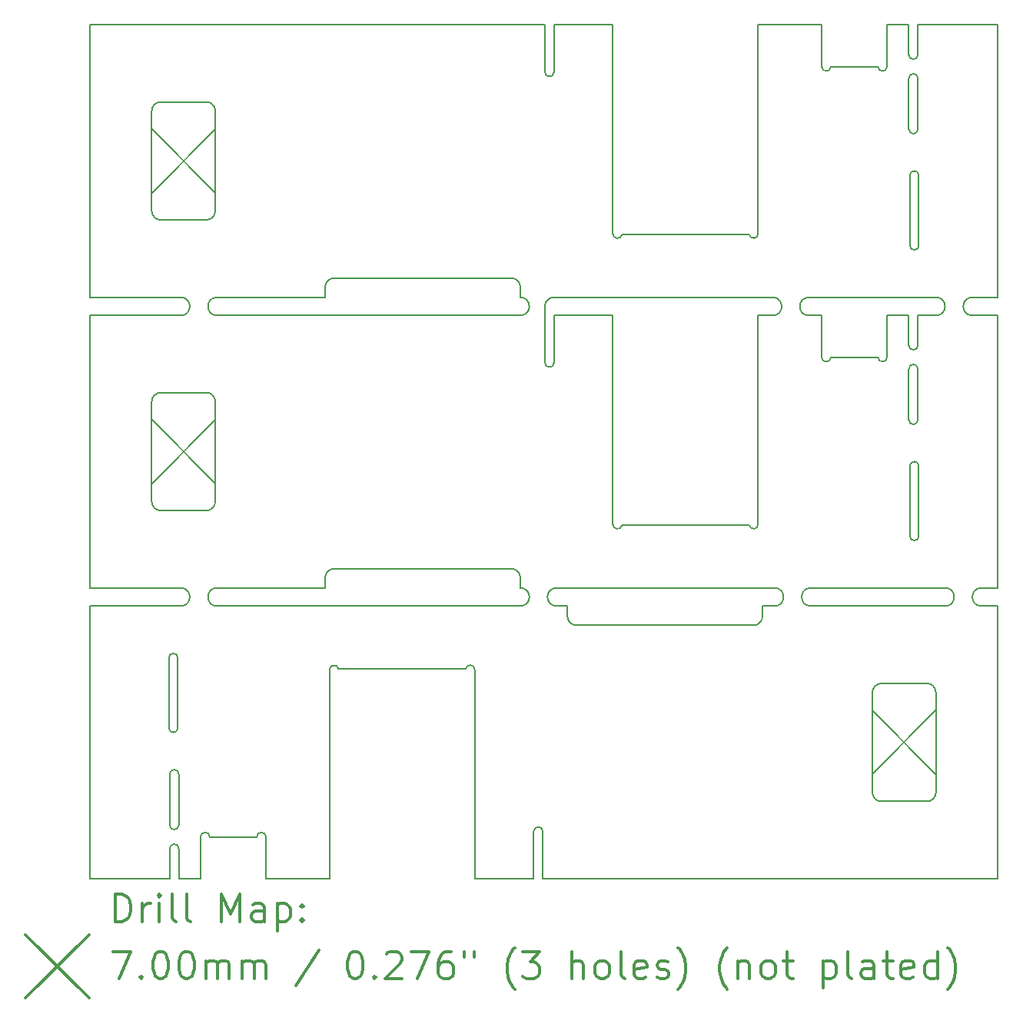
<source format=gbr>
%FSLAX45Y45*%
G04 Gerber Fmt 4.5, Leading zero omitted, Abs format (unit mm)*
G04 Created by KiCad (PCBNEW (2016-05-02 BZR 6765, Git 2f87409)-product) date 2016-05-10 21:51:13*
%MOMM*%
%LPD*%
G01*
G04 APERTURE LIST*
%ADD10C,0.127000*%
%ADD11C,0.150000*%
%ADD12C,0.200000*%
%ADD13C,0.300000*%
G04 APERTURE END LIST*
D10*
D11*
X15620000Y-8700000D02*
X15461000Y-8699000D01*
X16020000Y-8700000D02*
X16161000Y-8699000D01*
X8100000Y-11900000D02*
X9100000Y-11900000D01*
X9100000Y-11700000D02*
X8100000Y-11700000D01*
X9500000Y-11700000D02*
X10691000Y-11700000D01*
X12840000Y-11900000D02*
X9500000Y-11900000D01*
X13240000Y-11900000D02*
X13359000Y-11900000D01*
X15640000Y-11700000D02*
X13240000Y-11700000D01*
X15640000Y-11900000D02*
X15509000Y-11899000D01*
X16040000Y-11900000D02*
X17520000Y-11900000D01*
X17520000Y-11700000D02*
X16040000Y-11700000D01*
X17920000Y-11700000D02*
X18100000Y-11700000D01*
X18100000Y-11900000D02*
X17920000Y-11900000D01*
X18100000Y-8700000D02*
X17820000Y-8700000D01*
X17420000Y-8700000D02*
X17221000Y-8699000D01*
X9500000Y-8700000D02*
X12840000Y-8700000D01*
X8100000Y-8700000D02*
X9100000Y-8700000D01*
X9100000Y-8500000D02*
X8100000Y-8500000D01*
X9500000Y-8500000D02*
X10691000Y-8498000D01*
X15620000Y-8500000D02*
X13211000Y-8500000D01*
X17420000Y-8500000D02*
X16020000Y-8500000D01*
X18100000Y-8500000D02*
X17820000Y-8500000D01*
X17820000Y-8500000D02*
G75*
G03X17820000Y-8700000I0J-100000D01*
G01*
X17420000Y-8700000D02*
G75*
G03X17420000Y-8500000I0J100000D01*
G01*
X17920000Y-11700000D02*
G75*
G03X17920000Y-11900000I0J-100000D01*
G01*
X17520000Y-11900000D02*
G75*
G03X17520000Y-11700000I0J100000D01*
G01*
X16040000Y-11700000D02*
G75*
G03X16040000Y-11900000I0J-100000D01*
G01*
X15640000Y-11900000D02*
G75*
G03X15640000Y-11700000I0J100000D01*
G01*
X16020000Y-8500000D02*
G75*
G03X16020000Y-8700000I0J-100000D01*
G01*
X15620000Y-8700000D02*
G75*
G03X15620000Y-8500000I0J100000D01*
G01*
X13110000Y-8700000D02*
X13110000Y-8600000D01*
X13210000Y-8500000D02*
G75*
G03X13110000Y-8600000I0J-100000D01*
G01*
X12840000Y-8700000D02*
G75*
G03X12840000Y-8500000I0J100000D01*
G01*
X13240000Y-11700000D02*
G75*
G03X13240000Y-11900000I0J-100000D01*
G01*
X12840000Y-11900000D02*
G75*
G03X12840000Y-11700000I0J100000D01*
G01*
X9500000Y-11700000D02*
G75*
G03X9500000Y-11900000I0J-100000D01*
G01*
X9500000Y-8500000D02*
G75*
G03X9500000Y-8700000I0J-100000D01*
G01*
X9100000Y-8700000D02*
G75*
G03X9100000Y-8500000I0J100000D01*
G01*
X9100000Y-11900000D02*
G75*
G03X9100000Y-11700000I0J100000D01*
G01*
X13861010Y-7798000D02*
G75*
G03X13962000Y-7808000I50990J0D01*
G01*
X15361971Y-7807806D02*
G75*
G03X15461000Y-7798000I49029J9806D01*
G01*
X16161000Y-5958000D02*
G75*
G03X16261000Y-5958000I50000J0D01*
G01*
X16781000Y-5958000D02*
G75*
G03X16881000Y-5958000I50000J0D01*
G01*
X10691000Y-8388000D02*
X10691000Y-8498000D01*
X12741000Y-8288000D02*
X10791000Y-8288000D01*
X12841000Y-8388000D02*
X12840000Y-8500000D01*
X12841000Y-8388000D02*
G75*
G03X12741000Y-8288000I-100000J0D01*
G01*
X10791000Y-8288000D02*
G75*
G03X10691000Y-8388000I0J-100000D01*
G01*
X13211000Y-5498000D02*
X13861000Y-5498000D01*
X13111000Y-6018000D02*
X13111000Y-5498000D01*
X13211000Y-6018000D02*
X13211000Y-5498000D01*
X13111000Y-6018000D02*
G75*
G03X13211000Y-6018000I50000J0D01*
G01*
X16161000Y-5498000D02*
X15461000Y-5498000D01*
X13861000Y-7798000D02*
X13861000Y-5498000D01*
X15362000Y-7808000D02*
X13962000Y-7808000D01*
X15461000Y-5498000D02*
X15461000Y-7798000D01*
X16881000Y-5498000D02*
X17121000Y-5498000D01*
X16161000Y-5958000D02*
X16161000Y-5498000D01*
X16781000Y-5958000D02*
X16261000Y-5958000D01*
X16881000Y-5498000D02*
X16881000Y-5958000D01*
X18100000Y-5499000D02*
X17221000Y-5498000D01*
X17221000Y-5828000D02*
X17221000Y-5498000D01*
X17121000Y-5828000D02*
X17121000Y-5498000D01*
X17221000Y-6648000D02*
X17221000Y-6088000D01*
X17121000Y-6088000D02*
X17121000Y-6648000D01*
X17131000Y-7158000D02*
X17131000Y-7928000D01*
X17231000Y-7928000D02*
X17231000Y-7158000D01*
X17131000Y-7928000D02*
G75*
G03X17231000Y-7928000I50000J0D01*
G01*
X17231000Y-7158000D02*
G75*
G03X17131000Y-7158000I-50000J0D01*
G01*
X17121000Y-5828000D02*
G75*
G03X17221000Y-5828000I50000J0D01*
G01*
X17221000Y-6088000D02*
G75*
G03X17121000Y-6088000I-50000J0D01*
G01*
X17121000Y-6648000D02*
G75*
G03X17221000Y-6648000I50000J0D01*
G01*
X8781000Y-7548000D02*
G75*
G03X8881000Y-7648000I100000J0D01*
G01*
X9381000Y-7648000D02*
G75*
G03X9481000Y-7548000I0J100000D01*
G01*
X9481000Y-6448000D02*
G75*
G03X9381000Y-6348000I-100000J0D01*
G01*
X8881000Y-6348000D02*
G75*
G03X8781000Y-6448000I0J-100000D01*
G01*
X8781000Y-7548000D02*
X8781000Y-6448000D01*
X9381000Y-7648000D02*
X8881000Y-7648000D01*
X9481000Y-6448000D02*
X9481000Y-7548000D01*
X8881000Y-6348000D02*
X9381000Y-6348000D01*
X8100000Y-5499000D02*
X8100000Y-8499000D01*
X13111000Y-5498000D02*
X8100000Y-5499000D01*
X18100000Y-8499000D02*
X18100000Y-5499000D01*
X13861010Y-10999000D02*
G75*
G03X13962000Y-11009000I50990J0D01*
G01*
X15361971Y-11008806D02*
G75*
G03X15461000Y-10999000I49029J9806D01*
G01*
X16161000Y-9159000D02*
G75*
G03X16261000Y-9159000I50000J0D01*
G01*
X16781000Y-9159000D02*
G75*
G03X16881000Y-9159000I50000J0D01*
G01*
X10691000Y-11589000D02*
X10691000Y-11700000D01*
X12741000Y-11489000D02*
X10791000Y-11489000D01*
X12841000Y-11589000D02*
X12841000Y-11699000D01*
X12841000Y-11589000D02*
G75*
G03X12741000Y-11489000I-100000J0D01*
G01*
X10791000Y-11489000D02*
G75*
G03X10691000Y-11589000I0J-100000D01*
G01*
X13211000Y-8699000D02*
X13861000Y-8699000D01*
X13111000Y-9219000D02*
X13111000Y-8699000D01*
X13211000Y-9219000D02*
X13211000Y-8699000D01*
X13111000Y-9219000D02*
G75*
G03X13211000Y-9219000I50000J0D01*
G01*
X13861000Y-10999000D02*
X13861000Y-8699000D01*
X15362000Y-11009000D02*
X13962000Y-11009000D01*
X15461000Y-8699000D02*
X15461000Y-10999000D01*
X16881000Y-8699000D02*
X17121000Y-8699000D01*
X16161000Y-9159000D02*
X16161000Y-8699000D01*
X16781000Y-9159000D02*
X16261000Y-9159000D01*
X16881000Y-8699000D02*
X16881000Y-9159000D01*
X17221000Y-9029000D02*
X17221000Y-8699000D01*
X17121000Y-9029000D02*
X17121000Y-8699000D01*
X17221000Y-9849000D02*
X17221000Y-9289000D01*
X17121000Y-9289000D02*
X17121000Y-9849000D01*
X17131000Y-10359000D02*
X17131000Y-11129000D01*
X17231000Y-11129000D02*
X17231000Y-10359000D01*
X17131000Y-11129000D02*
G75*
G03X17231000Y-11129000I50000J0D01*
G01*
X17231000Y-10359000D02*
G75*
G03X17131000Y-10359000I-50000J0D01*
G01*
X17121000Y-9029000D02*
G75*
G03X17221000Y-9029000I50000J0D01*
G01*
X17221000Y-9289000D02*
G75*
G03X17121000Y-9289000I-50000J0D01*
G01*
X17121000Y-9849000D02*
G75*
G03X17221000Y-9849000I50000J0D01*
G01*
X8781000Y-10749000D02*
G75*
G03X8881000Y-10849000I100000J0D01*
G01*
X9381000Y-10849000D02*
G75*
G03X9481000Y-10749000I0J100000D01*
G01*
X9481000Y-9649000D02*
G75*
G03X9381000Y-9549000I-100000J0D01*
G01*
X8881000Y-9549000D02*
G75*
G03X8781000Y-9649000I0J-100000D01*
G01*
X8781000Y-10749000D02*
X8781000Y-9649000D01*
X9381000Y-10849000D02*
X8881000Y-10849000D01*
X9481000Y-9649000D02*
X9481000Y-10749000D01*
X8881000Y-9549000D02*
X9381000Y-9549000D01*
X8100000Y-8700000D02*
X8100000Y-11700000D01*
X18100000Y-11700000D02*
X18100000Y-8700000D01*
X12338990Y-12602000D02*
G75*
G03X12238000Y-12592000I-50990J0D01*
G01*
X10838029Y-12592194D02*
G75*
G03X10739000Y-12602000I-49029J-9806D01*
G01*
X10039000Y-14442000D02*
G75*
G03X9939000Y-14442000I-50000J0D01*
G01*
X9419000Y-14442000D02*
G75*
G03X9319000Y-14442000I-50000J0D01*
G01*
X15509000Y-12012000D02*
X15509000Y-11899000D01*
X13459000Y-12112000D02*
X15409000Y-12112000D01*
X13359000Y-12012000D02*
X13359000Y-11900000D01*
X13359000Y-12012000D02*
G75*
G03X13459000Y-12112000I100000J0D01*
G01*
X15409000Y-12112000D02*
G75*
G03X15509000Y-12012000I0J100000D01*
G01*
X12989000Y-14902000D02*
X12339000Y-14902000D01*
X13089000Y-14382000D02*
X13089000Y-14902000D01*
X12989000Y-14382000D02*
X12989000Y-14902000D01*
X13089000Y-14382000D02*
G75*
G03X12989000Y-14382000I-50000J0D01*
G01*
X10039000Y-14902000D02*
X10739000Y-14902000D01*
X12339000Y-12602000D02*
X12339000Y-14902000D01*
X10838000Y-12592000D02*
X12238000Y-12592000D01*
X10739000Y-14902000D02*
X10739000Y-12602000D01*
X9319000Y-14902000D02*
X9079000Y-14902000D01*
X10039000Y-14442000D02*
X10039000Y-14902000D01*
X9419000Y-14442000D02*
X9939000Y-14442000D01*
X9319000Y-14902000D02*
X9319000Y-14442000D01*
X8100000Y-14901000D02*
X8979000Y-14902000D01*
X8979000Y-14572000D02*
X8979000Y-14902000D01*
X9079000Y-14572000D02*
X9079000Y-14902000D01*
X8979000Y-13752000D02*
X8979000Y-14312000D01*
X9079000Y-14312000D02*
X9079000Y-13752000D01*
X9069000Y-13242000D02*
X9069000Y-12472000D01*
X8969000Y-12472000D02*
X8969000Y-13242000D01*
X9069000Y-12472000D02*
G75*
G03X8969000Y-12472000I-50000J0D01*
G01*
X8969000Y-13242000D02*
G75*
G03X9069000Y-13242000I50000J0D01*
G01*
X9079000Y-14572000D02*
G75*
G03X8979000Y-14572000I-50000J0D01*
G01*
X8979000Y-14312000D02*
G75*
G03X9079000Y-14312000I50000J0D01*
G01*
X9079000Y-13752000D02*
G75*
G03X8979000Y-13752000I-50000J0D01*
G01*
X17419000Y-12852000D02*
G75*
G03X17319000Y-12752000I-100000J0D01*
G01*
X16819000Y-12752000D02*
G75*
G03X16719000Y-12852000I0J-100000D01*
G01*
X16719000Y-13952000D02*
G75*
G03X16819000Y-14052000I100000J0D01*
G01*
X17319000Y-14052000D02*
G75*
G03X17419000Y-13952000I0J100000D01*
G01*
X17419000Y-12852000D02*
X17419000Y-13952000D01*
X16819000Y-12752000D02*
X17319000Y-12752000D01*
X16719000Y-13952000D02*
X16719000Y-12852000D01*
X17319000Y-14052000D02*
X16819000Y-14052000D01*
X18100000Y-14901000D02*
X18100000Y-11901000D01*
X13089000Y-14902000D02*
X18100000Y-14901000D01*
X8100000Y-11901000D02*
X8100000Y-14901000D01*
D12*
X8783000Y-6651000D02*
X9483000Y-7351000D01*
X9483000Y-6651000D02*
X8783000Y-7351000D01*
X8783000Y-9852000D02*
X9483000Y-10552000D01*
X9483000Y-9852000D02*
X8783000Y-10552000D01*
X16717000Y-13049000D02*
X17417000Y-13749000D01*
X17417000Y-13049000D02*
X16717000Y-13749000D01*
D13*
X8378928Y-15375214D02*
X8378928Y-15075214D01*
X8450357Y-15075214D01*
X8493214Y-15089500D01*
X8521786Y-15118071D01*
X8536071Y-15146643D01*
X8550357Y-15203786D01*
X8550357Y-15246643D01*
X8536071Y-15303786D01*
X8521786Y-15332357D01*
X8493214Y-15360929D01*
X8450357Y-15375214D01*
X8378928Y-15375214D01*
X8678928Y-15375214D02*
X8678928Y-15175214D01*
X8678928Y-15232357D02*
X8693214Y-15203786D01*
X8707500Y-15189500D01*
X8736071Y-15175214D01*
X8764643Y-15175214D01*
X8864643Y-15375214D02*
X8864643Y-15175214D01*
X8864643Y-15075214D02*
X8850357Y-15089500D01*
X8864643Y-15103786D01*
X8878928Y-15089500D01*
X8864643Y-15075214D01*
X8864643Y-15103786D01*
X9050357Y-15375214D02*
X9021786Y-15360929D01*
X9007500Y-15332357D01*
X9007500Y-15075214D01*
X9207500Y-15375214D02*
X9178928Y-15360929D01*
X9164643Y-15332357D01*
X9164643Y-15075214D01*
X9550357Y-15375214D02*
X9550357Y-15075214D01*
X9650357Y-15289500D01*
X9750357Y-15075214D01*
X9750357Y-15375214D01*
X10021786Y-15375214D02*
X10021786Y-15218071D01*
X10007500Y-15189500D01*
X9978928Y-15175214D01*
X9921786Y-15175214D01*
X9893214Y-15189500D01*
X10021786Y-15360929D02*
X9993214Y-15375214D01*
X9921786Y-15375214D01*
X9893214Y-15360929D01*
X9878928Y-15332357D01*
X9878928Y-15303786D01*
X9893214Y-15275214D01*
X9921786Y-15260929D01*
X9993214Y-15260929D01*
X10021786Y-15246643D01*
X10164643Y-15175214D02*
X10164643Y-15475214D01*
X10164643Y-15189500D02*
X10193214Y-15175214D01*
X10250357Y-15175214D01*
X10278928Y-15189500D01*
X10293214Y-15203786D01*
X10307500Y-15232357D01*
X10307500Y-15318071D01*
X10293214Y-15346643D01*
X10278928Y-15360929D01*
X10250357Y-15375214D01*
X10193214Y-15375214D01*
X10164643Y-15360929D01*
X10436071Y-15346643D02*
X10450357Y-15360929D01*
X10436071Y-15375214D01*
X10421786Y-15360929D01*
X10436071Y-15346643D01*
X10436071Y-15375214D01*
X10436071Y-15189500D02*
X10450357Y-15203786D01*
X10436071Y-15218071D01*
X10421786Y-15203786D01*
X10436071Y-15189500D01*
X10436071Y-15218071D01*
X7392500Y-15519500D02*
X8092500Y-16219500D01*
X8092500Y-15519500D02*
X7392500Y-16219500D01*
X8350357Y-15705214D02*
X8550357Y-15705214D01*
X8421786Y-16005214D01*
X8664643Y-15976643D02*
X8678928Y-15990929D01*
X8664643Y-16005214D01*
X8650357Y-15990929D01*
X8664643Y-15976643D01*
X8664643Y-16005214D01*
X8864643Y-15705214D02*
X8893214Y-15705214D01*
X8921786Y-15719500D01*
X8936071Y-15733786D01*
X8950357Y-15762357D01*
X8964643Y-15819500D01*
X8964643Y-15890929D01*
X8950357Y-15948071D01*
X8936071Y-15976643D01*
X8921786Y-15990929D01*
X8893214Y-16005214D01*
X8864643Y-16005214D01*
X8836071Y-15990929D01*
X8821786Y-15976643D01*
X8807500Y-15948071D01*
X8793214Y-15890929D01*
X8793214Y-15819500D01*
X8807500Y-15762357D01*
X8821786Y-15733786D01*
X8836071Y-15719500D01*
X8864643Y-15705214D01*
X9150357Y-15705214D02*
X9178928Y-15705214D01*
X9207500Y-15719500D01*
X9221786Y-15733786D01*
X9236071Y-15762357D01*
X9250357Y-15819500D01*
X9250357Y-15890929D01*
X9236071Y-15948071D01*
X9221786Y-15976643D01*
X9207500Y-15990929D01*
X9178928Y-16005214D01*
X9150357Y-16005214D01*
X9121786Y-15990929D01*
X9107500Y-15976643D01*
X9093214Y-15948071D01*
X9078928Y-15890929D01*
X9078928Y-15819500D01*
X9093214Y-15762357D01*
X9107500Y-15733786D01*
X9121786Y-15719500D01*
X9150357Y-15705214D01*
X9378928Y-16005214D02*
X9378928Y-15805214D01*
X9378928Y-15833786D02*
X9393214Y-15819500D01*
X9421786Y-15805214D01*
X9464643Y-15805214D01*
X9493214Y-15819500D01*
X9507500Y-15848071D01*
X9507500Y-16005214D01*
X9507500Y-15848071D02*
X9521786Y-15819500D01*
X9550357Y-15805214D01*
X9593214Y-15805214D01*
X9621786Y-15819500D01*
X9636071Y-15848071D01*
X9636071Y-16005214D01*
X9778928Y-16005214D02*
X9778928Y-15805214D01*
X9778928Y-15833786D02*
X9793214Y-15819500D01*
X9821786Y-15805214D01*
X9864643Y-15805214D01*
X9893214Y-15819500D01*
X9907500Y-15848071D01*
X9907500Y-16005214D01*
X9907500Y-15848071D02*
X9921786Y-15819500D01*
X9950357Y-15805214D01*
X9993214Y-15805214D01*
X10021786Y-15819500D01*
X10036071Y-15848071D01*
X10036071Y-16005214D01*
X10621786Y-15690929D02*
X10364643Y-16076643D01*
X11007500Y-15705214D02*
X11036071Y-15705214D01*
X11064643Y-15719500D01*
X11078928Y-15733786D01*
X11093214Y-15762357D01*
X11107500Y-15819500D01*
X11107500Y-15890929D01*
X11093214Y-15948071D01*
X11078928Y-15976643D01*
X11064643Y-15990929D01*
X11036071Y-16005214D01*
X11007500Y-16005214D01*
X10978928Y-15990929D01*
X10964643Y-15976643D01*
X10950357Y-15948071D01*
X10936071Y-15890929D01*
X10936071Y-15819500D01*
X10950357Y-15762357D01*
X10964643Y-15733786D01*
X10978928Y-15719500D01*
X11007500Y-15705214D01*
X11236071Y-15976643D02*
X11250357Y-15990929D01*
X11236071Y-16005214D01*
X11221786Y-15990929D01*
X11236071Y-15976643D01*
X11236071Y-16005214D01*
X11364643Y-15733786D02*
X11378928Y-15719500D01*
X11407500Y-15705214D01*
X11478928Y-15705214D01*
X11507500Y-15719500D01*
X11521786Y-15733786D01*
X11536071Y-15762357D01*
X11536071Y-15790929D01*
X11521786Y-15833786D01*
X11350357Y-16005214D01*
X11536071Y-16005214D01*
X11636071Y-15705214D02*
X11836071Y-15705214D01*
X11707500Y-16005214D01*
X12078928Y-15705214D02*
X12021786Y-15705214D01*
X11993214Y-15719500D01*
X11978928Y-15733786D01*
X11950357Y-15776643D01*
X11936071Y-15833786D01*
X11936071Y-15948071D01*
X11950357Y-15976643D01*
X11964643Y-15990929D01*
X11993214Y-16005214D01*
X12050357Y-16005214D01*
X12078928Y-15990929D01*
X12093214Y-15976643D01*
X12107500Y-15948071D01*
X12107500Y-15876643D01*
X12093214Y-15848071D01*
X12078928Y-15833786D01*
X12050357Y-15819500D01*
X11993214Y-15819500D01*
X11964643Y-15833786D01*
X11950357Y-15848071D01*
X11936071Y-15876643D01*
X12221786Y-15705214D02*
X12221786Y-15762357D01*
X12336071Y-15705214D02*
X12336071Y-15762357D01*
X12778928Y-16119500D02*
X12764643Y-16105214D01*
X12736071Y-16062357D01*
X12721786Y-16033786D01*
X12707500Y-15990929D01*
X12693214Y-15919500D01*
X12693214Y-15862357D01*
X12707500Y-15790929D01*
X12721786Y-15748071D01*
X12736071Y-15719500D01*
X12764643Y-15676643D01*
X12778928Y-15662357D01*
X12864643Y-15705214D02*
X13050357Y-15705214D01*
X12950357Y-15819500D01*
X12993214Y-15819500D01*
X13021786Y-15833786D01*
X13036071Y-15848071D01*
X13050357Y-15876643D01*
X13050357Y-15948071D01*
X13036071Y-15976643D01*
X13021786Y-15990929D01*
X12993214Y-16005214D01*
X12907500Y-16005214D01*
X12878928Y-15990929D01*
X12864643Y-15976643D01*
X13407500Y-16005214D02*
X13407500Y-15705214D01*
X13536071Y-16005214D02*
X13536071Y-15848071D01*
X13521786Y-15819500D01*
X13493214Y-15805214D01*
X13450357Y-15805214D01*
X13421786Y-15819500D01*
X13407500Y-15833786D01*
X13721786Y-16005214D02*
X13693214Y-15990929D01*
X13678928Y-15976643D01*
X13664643Y-15948071D01*
X13664643Y-15862357D01*
X13678928Y-15833786D01*
X13693214Y-15819500D01*
X13721786Y-15805214D01*
X13764643Y-15805214D01*
X13793214Y-15819500D01*
X13807500Y-15833786D01*
X13821786Y-15862357D01*
X13821786Y-15948071D01*
X13807500Y-15976643D01*
X13793214Y-15990929D01*
X13764643Y-16005214D01*
X13721786Y-16005214D01*
X13993214Y-16005214D02*
X13964643Y-15990929D01*
X13950357Y-15962357D01*
X13950357Y-15705214D01*
X14221786Y-15990929D02*
X14193214Y-16005214D01*
X14136071Y-16005214D01*
X14107500Y-15990929D01*
X14093214Y-15962357D01*
X14093214Y-15848071D01*
X14107500Y-15819500D01*
X14136071Y-15805214D01*
X14193214Y-15805214D01*
X14221786Y-15819500D01*
X14236071Y-15848071D01*
X14236071Y-15876643D01*
X14093214Y-15905214D01*
X14350357Y-15990929D02*
X14378928Y-16005214D01*
X14436071Y-16005214D01*
X14464643Y-15990929D01*
X14478928Y-15962357D01*
X14478928Y-15948071D01*
X14464643Y-15919500D01*
X14436071Y-15905214D01*
X14393214Y-15905214D01*
X14364643Y-15890929D01*
X14350357Y-15862357D01*
X14350357Y-15848071D01*
X14364643Y-15819500D01*
X14393214Y-15805214D01*
X14436071Y-15805214D01*
X14464643Y-15819500D01*
X14578928Y-16119500D02*
X14593214Y-16105214D01*
X14621786Y-16062357D01*
X14636071Y-16033786D01*
X14650357Y-15990929D01*
X14664643Y-15919500D01*
X14664643Y-15862357D01*
X14650357Y-15790929D01*
X14636071Y-15748071D01*
X14621786Y-15719500D01*
X14593214Y-15676643D01*
X14578928Y-15662357D01*
X15121786Y-16119500D02*
X15107500Y-16105214D01*
X15078928Y-16062357D01*
X15064643Y-16033786D01*
X15050357Y-15990929D01*
X15036071Y-15919500D01*
X15036071Y-15862357D01*
X15050357Y-15790929D01*
X15064643Y-15748071D01*
X15078928Y-15719500D01*
X15107500Y-15676643D01*
X15121786Y-15662357D01*
X15236071Y-15805214D02*
X15236071Y-16005214D01*
X15236071Y-15833786D02*
X15250357Y-15819500D01*
X15278928Y-15805214D01*
X15321786Y-15805214D01*
X15350357Y-15819500D01*
X15364643Y-15848071D01*
X15364643Y-16005214D01*
X15550357Y-16005214D02*
X15521786Y-15990929D01*
X15507500Y-15976643D01*
X15493214Y-15948071D01*
X15493214Y-15862357D01*
X15507500Y-15833786D01*
X15521786Y-15819500D01*
X15550357Y-15805214D01*
X15593214Y-15805214D01*
X15621786Y-15819500D01*
X15636071Y-15833786D01*
X15650357Y-15862357D01*
X15650357Y-15948071D01*
X15636071Y-15976643D01*
X15621786Y-15990929D01*
X15593214Y-16005214D01*
X15550357Y-16005214D01*
X15736071Y-15805214D02*
X15850357Y-15805214D01*
X15778928Y-15705214D02*
X15778928Y-15962357D01*
X15793214Y-15990929D01*
X15821786Y-16005214D01*
X15850357Y-16005214D01*
X16178928Y-15805214D02*
X16178928Y-16105214D01*
X16178928Y-15819500D02*
X16207500Y-15805214D01*
X16264643Y-15805214D01*
X16293214Y-15819500D01*
X16307500Y-15833786D01*
X16321786Y-15862357D01*
X16321786Y-15948071D01*
X16307500Y-15976643D01*
X16293214Y-15990929D01*
X16264643Y-16005214D01*
X16207500Y-16005214D01*
X16178928Y-15990929D01*
X16493214Y-16005214D02*
X16464643Y-15990929D01*
X16450357Y-15962357D01*
X16450357Y-15705214D01*
X16736071Y-16005214D02*
X16736071Y-15848071D01*
X16721786Y-15819500D01*
X16693214Y-15805214D01*
X16636071Y-15805214D01*
X16607500Y-15819500D01*
X16736071Y-15990929D02*
X16707500Y-16005214D01*
X16636071Y-16005214D01*
X16607500Y-15990929D01*
X16593214Y-15962357D01*
X16593214Y-15933786D01*
X16607500Y-15905214D01*
X16636071Y-15890929D01*
X16707500Y-15890929D01*
X16736071Y-15876643D01*
X16836071Y-15805214D02*
X16950357Y-15805214D01*
X16878928Y-15705214D02*
X16878928Y-15962357D01*
X16893214Y-15990929D01*
X16921786Y-16005214D01*
X16950357Y-16005214D01*
X17164643Y-15990929D02*
X17136071Y-16005214D01*
X17078928Y-16005214D01*
X17050357Y-15990929D01*
X17036071Y-15962357D01*
X17036071Y-15848071D01*
X17050357Y-15819500D01*
X17078928Y-15805214D01*
X17136071Y-15805214D01*
X17164643Y-15819500D01*
X17178928Y-15848071D01*
X17178928Y-15876643D01*
X17036071Y-15905214D01*
X17436071Y-16005214D02*
X17436071Y-15705214D01*
X17436071Y-15990929D02*
X17407500Y-16005214D01*
X17350357Y-16005214D01*
X17321786Y-15990929D01*
X17307500Y-15976643D01*
X17293214Y-15948071D01*
X17293214Y-15862357D01*
X17307500Y-15833786D01*
X17321786Y-15819500D01*
X17350357Y-15805214D01*
X17407500Y-15805214D01*
X17436071Y-15819500D01*
X17550357Y-16119500D02*
X17564643Y-16105214D01*
X17593214Y-16062357D01*
X17607500Y-16033786D01*
X17621786Y-15990929D01*
X17636071Y-15919500D01*
X17636071Y-15862357D01*
X17621786Y-15790929D01*
X17607500Y-15748071D01*
X17593214Y-15719500D01*
X17564643Y-15676643D01*
X17550357Y-15662357D01*
M02*

</source>
